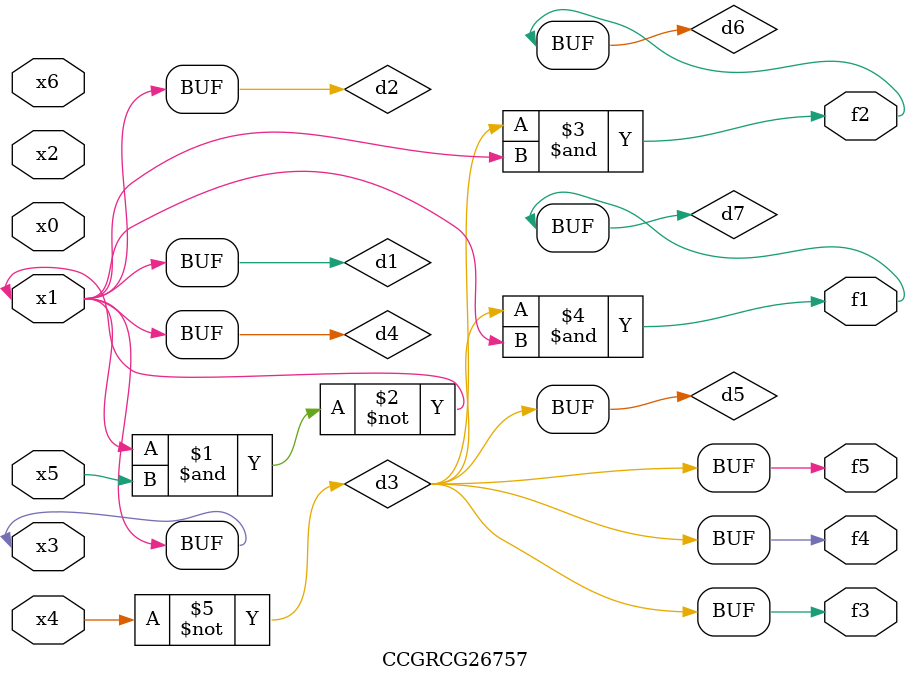
<source format=v>
module CCGRCG26757(
	input x0, x1, x2, x3, x4, x5, x6,
	output f1, f2, f3, f4, f5
);

	wire d1, d2, d3, d4, d5, d6, d7;

	buf (d1, x1, x3);
	nand (d2, x1, x5);
	not (d3, x4);
	buf (d4, d1, d2);
	buf (d5, d3);
	and (d6, d3, d4);
	and (d7, d3, d4);
	assign f1 = d7;
	assign f2 = d6;
	assign f3 = d5;
	assign f4 = d5;
	assign f5 = d5;
endmodule

</source>
